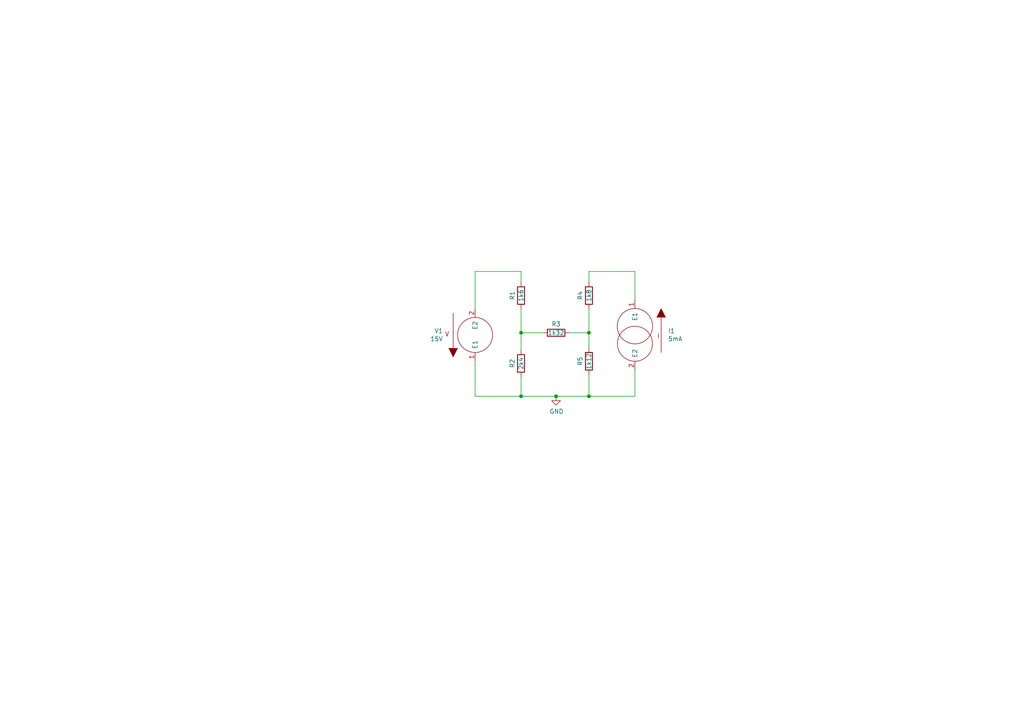
<source format=kicad_sch>
(kicad_sch (version 20211123) (generator eeschema)
  (paper "A4")
  (lib_symbols
    (symbol "Device:R" (pin_numbers hide) (pin_names (offset 0))
      (property "Reference" "R" (at 2.032 0 90))
      (property "Value" "R" (at 0 0 90))
      (symbol "R_0_1"
        (rectangle (start -1.016 -2.54) (end 1.016 2.54) (stroke (width 0.254)))
      )
      (symbol "R_1_1"
        (pin passive line (at 0 3.81 270) (length 1.27) (name "~") (number "1"))
        (pin passive line (at 0 -3.81 90) (length 1.27) (name "~") (number "2"))
      )
    )
    (symbol "power:GND" (power) (pin_names (offset 0))
      (property "Value" "GND" (at 0 -3.81 0))
      (symbol "GND_0_1"
        (polyline (pts (xy 0 0) (xy 0 -1.27) (xy 1.27 -1.27) (xy 0 -2.54) (xy -1.27 -1.27) (xy 0 -1.27)))
      )
      (symbol "GND_1_1"
        (pin power_in line (at 0 0 270) (length 0) hide (name "GND") (number "1"))
      )
    )
    (symbol "pspice:ISOURCE" (pin_names (offset 1.016))
      (property "Reference" "I" (at -7.62 8.89 0))
      (property "Value" "ISOURCE" (at 0 0 0))
      (symbol "ISOURCE_0_1"
        (circle (center 0 -2.54) (radius 5.08))
        (polyline (pts (xy -7.62 -5.08) (xy -7.62 5.08)) (fill (type outline)))
        (polyline (pts (xy -8.89 5.08) (xy -7.62 7.62) (xy -6.35 5.08)) (fill (type outline)))
        (circle (center 0 2.54) (radius 5.1308))
        (text "I" (at -6.858 -0.254 0) (effects (font (size 1.27 1.27))))
      )
      (symbol "ISOURCE_1_1"
        (pin input line (at 0 10.16 270) (length 2.54) (name "E1") (number "1"))
        (pin input line (at 0 -10.16 90) (length 2.54) (name "E2") (number "2"))
      )
    )
    (symbol "pspice:VSOURCE" (pin_names (offset 1.016))
      (property "Reference" "V" (at -6.35 7.62 0))
      (property "Value" "VSOURCE" (at 0 0 0))
      (symbol "VSOURCE_0_1"
        (polyline (pts (xy -6.35 -6.35) (xy -6.35 3.81)) (fill (type outline)))
        (polyline (pts (xy -7.62 3.81) (xy -6.35 6.35) (xy -5.08 3.81)) (fill (type outline)))
        (circle (center 0 0) (radius 5.08))
        (text "V" (at -8.128 -0.254 0) (effects (font (size 1.27 1.27))))
      )
      (symbol "VSOURCE_1_1"
        (pin input line (at 0 7.62 270) (length 2.54) (name "E1") (number "1"))
        (pin input line (at 0 -7.62 90) (length 2.54) (name "E2") (number "2"))
      )
    )
  )
  (junction (at 170.815 114.935))
  (junction (at 151.13 96.52))
  (junction (at 170.815 96.52))
  (junction (at 151.13 114.935))
  (junction (at 161.29 114.935))
  (wire (pts (xy 137.795 78.74) (xy 151.13 78.74)))
  (wire (pts (xy 151.13 96.52) (xy 151.13 101.6)))
  (wire (pts (xy 137.795 114.935) (xy 151.13 114.935)))
  (wire (pts (xy 170.815 81.915) (xy 170.815 78.74)))
  (wire (pts (xy 151.13 81.915) (xy 151.13 78.74)))
  (wire (pts (xy 161.29 114.935) (xy 170.815 114.935)))
  (wire (pts (xy 170.815 89.535) (xy 170.815 96.52)))
  (wire (pts (xy 184.15 107.315) (xy 184.15 114.935)))
  (wire (pts (xy 151.13 114.935) (xy 161.29 114.935)))
  (wire (pts (xy 151.13 109.22) (xy 151.13 114.935)))
  (wire (pts (xy 170.815 108.585) (xy 170.815 114.935)))
  (wire (pts (xy 157.48 96.52) (xy 151.13 96.52)))
  (wire (pts (xy 170.815 96.52) (xy 170.815 100.965)))
  (wire (pts (xy 151.13 89.535) (xy 151.13 96.52)))
  (wire (pts (xy 137.795 104.775) (xy 137.795 114.935)))
  (wire (pts (xy 137.795 89.535) (xy 137.795 78.74)))
  (wire (pts (xy 165.1 96.52) (xy 170.815 96.52)))
  (wire (pts (xy 184.15 86.995) (xy 184.15 78.74)))
  (wire (pts (xy 170.815 114.935) (xy 184.15 114.935)))
  (wire (pts (xy 170.815 78.74) (xy 184.15 78.74)))
  (symbol (lib_id "Device:R") (at 151.13 85.725 180) (unit 1)
    (property "Reference" "R1" (at 148.59 85.725 90))
    (property "Value" "1k6" (at 151.13 85.725 90))
  )
  (symbol (lib_id "Device:R") (at 151.13 105.41 180) (unit 1)
    (property "Reference" "R2" (at 148.59 105.41 90))
    (property "Value" "2k4" (at 151.13 105.41 90))
  )
  (symbol (lib_id "Device:R") (at 161.29 96.52 90) (unit 1)
    (property "Reference" "R3" (at 161.29 93.98 90))
    (property "Value" "1k32" (at 161.29 96.52 90))
  )
  (symbol (lib_id "Device:R") (at 170.815 104.775 180) (unit 1)
    (property "Reference" "R5" (at 168.275 104.775 90))
    (property "Value" "1k12" (at 170.815 104.775 90))
  )
  (symbol (lib_id "Device:R") (at 170.815 85.725 180) (unit 1)
    (property "Reference" "R4" (at 168.275 85.725 90))
    (property "Value" "1k8" (at 170.815 85.725 90))
  )
  (symbol (lib_id "pspice:ISOURCE") (at 184.15 97.155 0) (mirror y) (unit 1)
    (property "Reference" "I1" (at 193.7512 95.9866 0) (effects (justify right)))
    (property "Value" "5mA" (at 193.7512 98.298 0) (effects (justify right)))
  )
  (symbol (lib_id "pspice:VSOURCE") (at 137.795 97.155 0) (mirror x) (unit 1)
    (property "Reference" "V1" (at 128.4986 95.9866 0) (effects (justify right)))
    (property "Value" "15V" (at 128.4986 98.298 0) (effects (justify right)))
  )
  (symbol (lib_id "power:GND") (at 161.29 114.935 0) (unit 1)
    (property "Reference" "#PWR01" (effects hide))
    (property "Value" "GND" (at 161.417 119.3292 0))
  )
)
</source>
